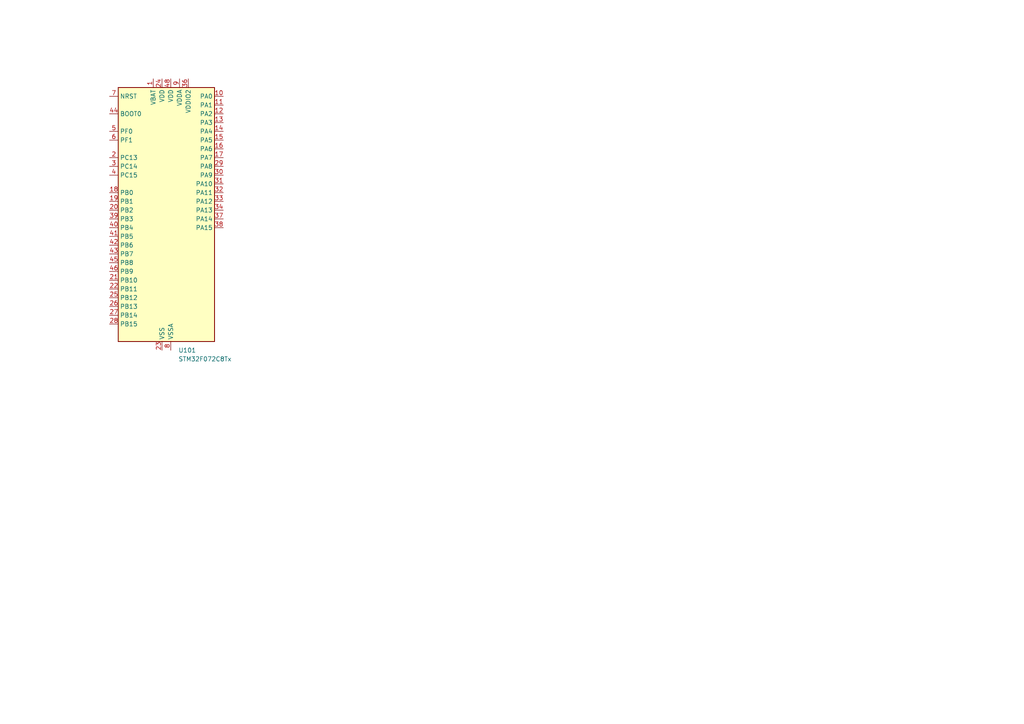
<source format=kicad_sch>
(kicad_sch (version 20231120) (generator "eeschema") (generator_version "8.0")
  (paper "A4")
  (title_block (title "Template Project") (date "2024-08-05") (rev "1") (company "Scott CJX"))
  (lib_symbols
    (symbol "MCU_ST_STM32F0:STM32F072C8Tx"
      (property "Reference" "U" (at -12.7 39.37 0))
      (property "Value" "STM32F072C8Tx" (at 10.16 39.37 0))
      (symbol "STM32F072C8Tx_0_1"
        (rectangle (start -12.7 -35.56) (end 15.24 38.1) (stroke (width 0.254)) (fill (type background)))
      )
      (symbol "STM32F072C8Tx_1_1"
        (pin power_in line (at -2.54 40.64 270) (length 2.54) (name "VBAT") (number "1"))
        (pin bidirectional line (at 17.78 35.56 180) (length 2.54) (name "PA0") (number "10"))
        (pin bidirectional line (at 17.78 33.02 180) (length 2.54) (name "PA1") (number "11"))
        (pin bidirectional line (at 17.78 30.48 180) (length 2.54) (name "PA2") (number "12"))
        (pin bidirectional line (at 17.78 27.94 180) (length 2.54) (name "PA3") (number "13"))
        (pin bidirectional line (at 17.78 25.4 180) (length 2.54) (name "PA4") (number "14"))
        (pin bidirectional line (at 17.78 22.86 180) (length 2.54) (name "PA5") (number "15"))
        (pin bidirectional line (at 17.78 20.32 180) (length 2.54) (name "PA6") (number "16"))
        (pin bidirectional line (at 17.78 17.78 180) (length 2.54) (name "PA7") (number "17"))
        (pin bidirectional line (at -15.24 7.62 0) (length 2.54) (name "PB0") (number "18"))
        (pin bidirectional line (at -15.24 5.08 0) (length 2.54) (name "PB1") (number "19"))
        (pin bidirectional line (at -15.24 17.78 0) (length 2.54) (name "PC13") (number "2"))
        (pin bidirectional line (at -15.24 2.54 0) (length 2.54) (name "PB2") (number "20"))
        (pin bidirectional line (at -15.24 -17.78 0) (length 2.54) (name "PB10") (number "21"))
        (pin bidirectional line (at -15.24 -20.32 0) (length 2.54) (name "PB11") (number "22"))
        (pin power_in line (at 0 -38.1 90) (length 2.54) (name "VSS") (number "23"))
        (pin power_in line (at 0 40.64 270) (length 2.54) (name "VDD") (number "24"))
        (pin bidirectional line (at -15.24 -22.86 0) (length 2.54) (name "PB12") (number "25"))
        (pin bidirectional line (at -15.24 -25.4 0) (length 2.54) (name "PB13") (number "26"))
        (pin bidirectional line (at -15.24 -27.94 0) (length 2.54) (name "PB14") (number "27"))
        (pin bidirectional line (at -15.24 -30.48 0) (length 2.54) (name "PB15") (number "28"))
        (pin bidirectional line (at 17.78 15.24 180) (length 2.54) (name "PA8") (number "29"))
        (pin bidirectional line (at -15.24 15.24 0) (length 2.54) (name "PC14") (number "3"))
        (pin bidirectional line (at 17.78 12.7 180) (length 2.54) (name "PA9") (number "30"))
        (pin bidirectional line (at 17.78 10.16 180) (length 2.54) (name "PA10") (number "31"))
        (pin bidirectional line (at 17.78 7.62 180) (length 2.54) (name "PA11") (number "32"))
        (pin bidirectional line (at 17.78 5.08 180) (length 2.54) (name "PA12") (number "33"))
        (pin bidirectional line (at 17.78 2.54 180) (length 2.54) (name "PA13") (number "34"))
        (pin passive line (at 0 -38.1 90) (length 2.54) hide (name "VSS") (number "35"))
        (pin power_in line (at 7.62 40.64 270) (length 2.54) (name "VDDIO2") (number "36"))
        (pin bidirectional line (at 17.78 0 180) (length 2.54) (name "PA14") (number "37"))
        (pin bidirectional line (at 17.78 -2.54 180) (length 2.54) (name "PA15") (number "38"))
        (pin bidirectional line (at -15.24 0 0) (length 2.54) (name "PB3") (number "39"))
        (pin bidirectional line (at -15.24 12.7 0) (length 2.54) (name "PC15") (number "4"))
        (pin bidirectional line (at -15.24 -2.54 0) (length 2.54) (name "PB4") (number "40"))
        (pin bidirectional line (at -15.24 -5.08 0) (length 2.54) (name "PB5") (number "41"))
        (pin bidirectional line (at -15.24 -7.62 0) (length 2.54) (name "PB6") (number "42"))
        (pin bidirectional line (at -15.24 -10.16 0) (length 2.54) (name "PB7") (number "43"))
        (pin input line (at -15.24 30.48 0) (length 2.54) (name "BOOT0") (number "44"))
        (pin bidirectional line (at -15.24 -12.7 0) (length 2.54) (name "PB8") (number "45"))
        (pin bidirectional line (at -15.24 -15.24 0) (length 2.54) (name "PB9") (number "46"))
        (pin passive line (at 0 -38.1 90) (length 2.54) hide (name "VSS") (number "47"))
        (pin power_in line (at 2.54 40.64 270) (length 2.54) (name "VDD") (number "48"))
        (pin bidirectional line (at -15.24 25.4 0) (length 2.54) (name "PF0") (number "5"))
        (pin bidirectional line (at -15.24 22.86 0) (length 2.54) (name "PF1") (number "6"))
        (pin input line (at -15.24 35.56 0) (length 2.54) (name "NRST") (number "7"))
        (pin power_in line (at 2.54 -38.1 90) (length 2.54) (name "VSSA") (number "8"))
        (pin power_in line (at 5.08 40.64 270) (length 2.54) (name "VDDA") (number "9"))
      )
    )
  )
  (symbol (lib_id "MCU_ST_STM32F0:STM32F072C8Tx") (at 46.99 63.5 0) (unit 1)
    (property "Reference" "U101" (at 51.7241 101.6 0) (effects (justify left)))
    (property "Value" "STM32F072C8Tx" (at 51.7241 104.14 0) (effects (justify left)))
    (property "Footprint" "Package_QFP:LQFP-48_7x7mm_P0.5mm" (effects (hide yes)))
    (property "Datasheet" "https://www.st.com/resource/en/datasheet/stm32f072c8.pdf" (effects (hide yes)))
    (property "Description" "STMicroelectronics Arm Cortex-M0 MCU, 64KB flash, 16KB RAM, 48 MHz, 2.0-3.6V, 37 GPIO, LQFP48" (effects (hide yes)))
  )
)
</source>
